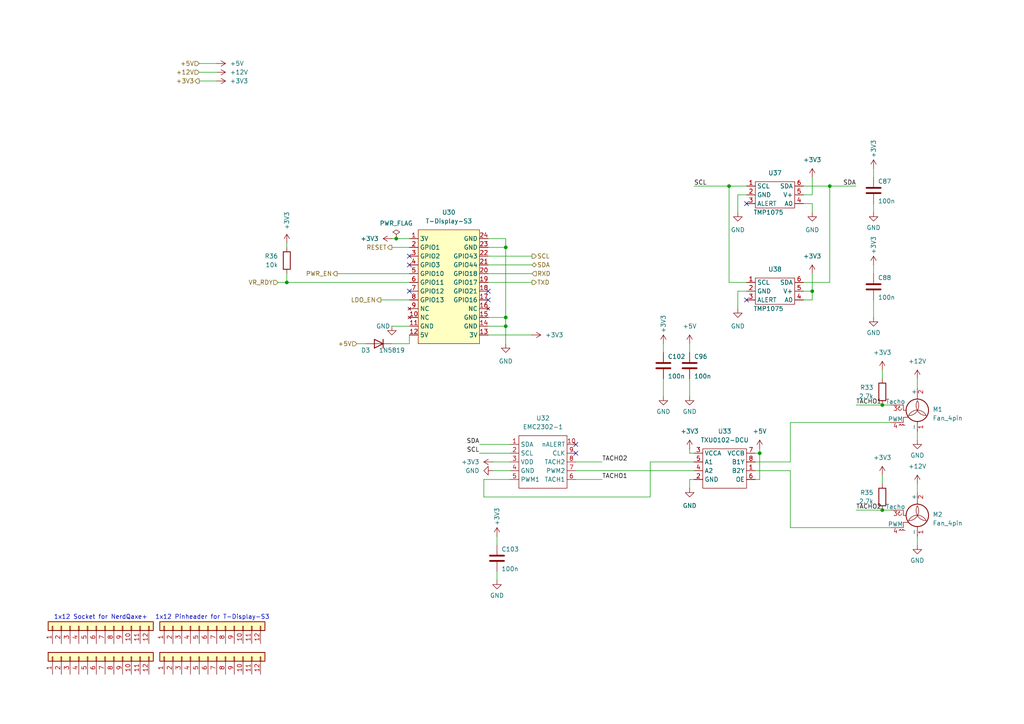
<source format=kicad_sch>
(kicad_sch (version 20231120) (generator "eeschema") (generator_version "8.0")
  (paper "A4")
  (lib_symbols
    (symbol "+3V3_1" (power) (pin_numbers hide) (pin_names (offset 0) hide)
      (property "Value" "+3V3" (at 0 3.556 0))
      (symbol "+3V3_1_0_1"
        (polyline (pts (xy -0.762 1.27) (xy 0 2.54)))
        (polyline (pts (xy 0 0) (xy 0 2.54)))
        (polyline (pts (xy 0 2.54) (xy 0.762 1.27)))
      )
      (symbol "+3V3_1_1_1"
        (pin power_in line (at 0 0 90) (length 0) (name "~") (number "1"))
      )
    )
    (symbol "+3V3_3" (power) (pin_numbers hide) (pin_names (offset 0) hide)
      (property "Value" "+3V3" (at 0 3.556 0))
      (symbol "+3V3_3_0_1"
        (polyline (pts (xy -0.762 1.27) (xy 0 2.54)))
        (polyline (pts (xy 0 0) (xy 0 2.54)))
        (polyline (pts (xy 0 2.54) (xy 0.762 1.27)))
      )
      (symbol "+3V3_3_1_1"
        (pin power_in line (at 0 0 90) (length 0) (name "~") (number "1"))
      )
    )
    (symbol "+3V3_4" (power) (pin_numbers hide) (pin_names (offset 0) hide)
      (property "Value" "+3V3" (at 0 3.556 0))
      (symbol "+3V3_4_0_1"
        (polyline (pts (xy -0.762 1.27) (xy 0 2.54)))
        (polyline (pts (xy 0 0) (xy 0 2.54)))
        (polyline (pts (xy 0 2.54) (xy 0.762 1.27)))
      )
      (symbol "+3V3_4_1_1"
        (pin power_in line (at 0 0 90) (length 0) (name "~") (number "1"))
      )
    )
    (symbol "+5V_1" (power) (pin_numbers hide) (pin_names (offset 0) hide)
      (property "Value" "+5V" (at 0 3.556 0))
      (symbol "+5V_1_0_1"
        (polyline (pts (xy -0.762 1.27) (xy 0 2.54)))
        (polyline (pts (xy 0 0) (xy 0 2.54)))
        (polyline (pts (xy 0 2.54) (xy 0.762 1.27)))
      )
      (symbol "+5V_1_1_1"
        (pin power_in line (at 0 0 90) (length 0) (name "~") (number "1"))
      )
    )
    (symbol "Connector_Generic:Conn_01x12" (pin_names (offset 1.016) hide)
      (property "Reference" "J" (at 0 15.24 0))
      (property "Value" "Conn_01x12" (at 0 -17.78 0))
      (symbol "Conn_01x12_1_1"
        (rectangle (start -1.27 -15.113) (end 0 -15.367) (stroke (width 0.1524)))
        (rectangle (start -1.27 -12.573) (end 0 -12.827) (stroke (width 0.1524)))
        (rectangle (start -1.27 -10.033) (end 0 -10.287) (stroke (width 0.1524)))
        (rectangle (start -1.27 -7.493) (end 0 -7.747) (stroke (width 0.1524)))
        (rectangle (start -1.27 -4.953) (end 0 -5.207) (stroke (width 0.1524)))
        (rectangle (start -1.27 -2.413) (end 0 -2.667) (stroke (width 0.1524)))
        (rectangle (start -1.27 0.127) (end 0 -0.127) (stroke (width 0.1524)))
        (rectangle (start -1.27 2.667) (end 0 2.413) (stroke (width 0.1524)))
        (rectangle (start -1.27 5.207) (end 0 4.953) (stroke (width 0.1524)))
        (rectangle (start -1.27 7.747) (end 0 7.493) (stroke (width 0.1524)))
        (rectangle (start -1.27 10.287) (end 0 10.033) (stroke (width 0.1524)))
        (rectangle (start -1.27 12.827) (end 0 12.573) (stroke (width 0.1524)))
        (rectangle (start -1.27 13.97) (end 1.27 -16.51) (stroke (width 0.254)) (fill (type background)))
        (pin passive line (at -5.08 12.7 0) (length 3.81) (name "Pin_1") (number "1"))
        (pin passive line (at -5.08 -10.16 0) (length 3.81) (name "Pin_10") (number "10"))
        (pin passive line (at -5.08 -12.7 0) (length 3.81) (name "Pin_11") (number "11"))
        (pin passive line (at -5.08 -15.24 0) (length 3.81) (name "Pin_12") (number "12"))
        (pin passive line (at -5.08 10.16 0) (length 3.81) (name "Pin_2") (number "2"))
        (pin passive line (at -5.08 7.62 0) (length 3.81) (name "Pin_3") (number "3"))
        (pin passive line (at -5.08 5.08 0) (length 3.81) (name "Pin_4") (number "4"))
        (pin passive line (at -5.08 2.54 0) (length 3.81) (name "Pin_5") (number "5"))
        (pin passive line (at -5.08 0 0) (length 3.81) (name "Pin_6") (number "6"))
        (pin passive line (at -5.08 -2.54 0) (length 3.81) (name "Pin_7") (number "7"))
        (pin passive line (at -5.08 -5.08 0) (length 3.81) (name "Pin_8") (number "8"))
        (pin passive line (at -5.08 -7.62 0) (length 3.81) (name "Pin_9") (number "9"))
      )
    )
    (symbol "Device:C" (pin_numbers hide) (pin_names (offset 0.254))
      (property "Reference" "C" (at 0.635 2.54 0))
      (property "Value" "C" (at 0.635 -2.54 0))
      (symbol "C_0_1"
        (polyline (pts (xy -2.032 -0.762) (xy 2.032 -0.762)) (stroke (width 0.508)))
        (polyline (pts (xy -2.032 0.762) (xy 2.032 0.762)) (stroke (width 0.508)))
      )
      (symbol "C_1_1"
        (pin passive line (at 0 3.81 270) (length 2.794) (name "~") (number "1"))
        (pin passive line (at 0 -3.81 90) (length 2.794) (name "~") (number "2"))
      )
    )
    (symbol "Device:R" (pin_numbers hide) (pin_names (offset 0))
      (property "Reference" "R" (at 2.032 0 90))
      (property "Value" "R" (at 0 0 90))
      (symbol "R_0_1"
        (rectangle (start -1.016 -2.54) (end 1.016 2.54) (stroke (width 0.254)))
      )
      (symbol "R_1_1"
        (pin passive line (at 0 3.81 270) (length 1.27) (name "~") (number "1"))
        (pin passive line (at 0 -3.81 90) (length 1.27) (name "~") (number "2"))
      )
    )
    (symbol "Diode:US1D" (pin_numbers hide) (pin_names hide)
      (property "Reference" "D" (at 0 2.54 0))
      (property "Value" "US1D" (at 0 -2.54 0))
      (symbol "US1D_0_1"
        (polyline (pts (xy -1.27 1.27) (xy -1.27 -1.27)) (stroke (width 0.254)))
        (polyline (pts (xy 1.27 0) (xy -1.27 0)))
        (polyline (pts (xy 1.27 1.27) (xy 1.27 -1.27) (xy -1.27 0) (xy 1.27 1.27)) (stroke (width 0.254)))
      )
      (symbol "US1D_1_1"
        (pin passive line (at -3.81 0 0) (length 2.54) (name "K") (number "1"))
        (pin passive line (at 3.81 0 180) (length 2.54) (name "A") (number "2"))
      )
    )
    (symbol "GND_1" (power) (pin_names (offset 0))
      (property "Value" "GND_1" (at 0 -3.81 0))
      (symbol "GND_1_0_1"
        (polyline (pts (xy 0 0) (xy 0 -1.27) (xy 1.27 -1.27) (xy 0 -2.54) (xy -1.27 -1.27) (xy 0 -1.27)))
      )
      (symbol "GND_1_1_1"
        (pin power_in line (at 0 0 270) (length 0) hide (name "GND") (number "1"))
      )
    )
    (symbol "GND_2" (power) (pin_numbers hide) (pin_names (offset 0) hide)
      (property "Value" "GND" (at 0 -3.81 0))
      (symbol "GND_2_0_1"
        (polyline (pts (xy 0 0) (xy 0 -1.27) (xy 1.27 -1.27) (xy 0 -2.54) (xy -1.27 -1.27) (xy 0 -1.27)))
      )
      (symbol "GND_2_1_1"
        (pin power_in line (at 0 0 270) (length 0) (name "~") (number "1"))
      )
    )
    (symbol "GND_3" (power) (pin_numbers hide) (pin_names (offset 0) hide)
      (property "Value" "GND" (at 0 -3.81 0))
      (symbol "GND_3_0_1"
        (polyline (pts (xy 0 0) (xy 0 -1.27) (xy 1.27 -1.27) (xy 0 -2.54) (xy -1.27 -1.27) (xy 0 -1.27)))
      )
      (symbol "GND_3_1_1"
        (pin power_in line (at 0 0 270) (length 0) (name "~") (number "1"))
      )
    )
    (symbol "GND_4" (power) (pin_numbers hide) (pin_names (offset 0) hide)
      (property "Value" "GND" (at 0 -3.81 0))
      (symbol "GND_4_0_1"
        (polyline (pts (xy 0 0) (xy 0 -1.27) (xy 1.27 -1.27) (xy 0 -2.54) (xy -1.27 -1.27) (xy 0 -1.27)))
      )
      (symbol "GND_4_1_1"
        (pin power_in line (at 0 0 270) (length 0) (name "~") (number "1"))
      )
    )
    (symbol "GND_5" (power) (pin_numbers hide) (pin_names (offset 0) hide)
      (property "Value" "GND" (at 0 -3.81 0))
      (symbol "GND_5_0_1"
        (polyline (pts (xy 0 0) (xy 0 -1.27) (xy 1.27 -1.27) (xy 0 -2.54) (xy -1.27 -1.27) (xy 0 -1.27)))
      )
      (symbol "GND_5_1_1"
        (pin power_in line (at 0 0 270) (length 0) (name "~") (number "1"))
      )
    )
    (symbol "Motor:Fan_4pin" (pin_names (offset 0))
      (property "Reference" "M" (at 2.54 5.08 0))
      (property "Value" "Fan_4pin" (at 2.54 -2.54 0))
      (symbol "Fan_4pin_0_0"
        (arc (start -5.588 1.524) (mid -5.08 1.0182) (end -4.572 1.524))
        (arc (start -5.08 2.032) (mid -5.4392 1.8832) (end -5.588 1.524))
        (polyline (pts (xy -5.08 2.032) (xy -5.334 2.159)))
        (polyline (pts (xy -5.08 2.032) (xy -5.207 1.778)))
        (polyline (pts (xy -4.064 2.54) (xy -4.064 1.016) (xy -3.302 1.016)))
      )
      (symbol "Fan_4pin_0_1"
        (arc (start -2.54 -0.508) (mid 0.0028 0.9121) (end 0 3.81))
        (polyline (pts (xy -4.064 2.54) (xy -5.08 2.54)))
        (polyline (pts (xy 0 -5.08) (xy 0 -4.572)))
        (polyline (pts (xy 0 -2.2352) (xy 0 -2.6416)))
        (polyline (pts (xy 0 4.2672) (xy 0 4.6228)))
        (polyline (pts (xy 0 4.572) (xy 0 5.08)))
        (polyline (pts (xy -2.54 -1.016) (xy -4.064 -1.016) (xy -4.064 -2.54) (xy -5.08 -2.54)))
        (polyline (pts (xy -5.334 -3.302) (xy -5.08 -3.302) (xy -5.08 -3.048) (xy -4.826 -3.048) (xy -4.826 -3.302) (xy -4.318 -3.302) (xy -4.318 -3.048) (xy -4.064 -3.048) (xy -4.064 -3.302) (xy -3.556 -3.302)))
        (circle (center 0 1.016) (radius 3.2512) (stroke (width 0.254)))
        (arc (start 0 3.81) (mid 0.053 0.921) (end 2.54 -0.508))
        (arc (start 2.54 -0.508) (mid 0 1.0618) (end -2.54 -0.508))
      )
      (symbol "Fan_4pin_1_1"
        (pin passive line (at 0 -5.08 90) (length 2.54) (name "-") (number "1"))
        (pin passive line (at 0 7.62 270) (length 2.54) (name "+") (number "2"))
        (pin passive line (at -7.62 2.54 0) (length 2.54) (name "Tacho") (number "3"))
        (pin input line (at -7.62 -2.54 0) (length 2.54) (name "PWM") (number "4"))
      )
    )
    (symbol "bitaxe:T-Display-S3"
      (property "Reference" "U" (at -21.59 -1.27 0))
      (property "Value" "T-Display-S3" (at -11.43 -36.83 0))
      (symbol "T-Display-S3_1_0"
        (pin power_in line (at -25.4 -5.08 0) (length 2.54) (name "3V") (number "1"))
        (pin no_connect line (at -25.4 -27.94 0) (length 2.54) (name "NC") (number "10"))
        (pin power_in line (at -25.4 -30.48 0) (length 2.54) (name "GND") (number "11"))
        (pin power_in line (at -25.4 -33.02 0) (length 2.54) (name "5V") (number "12"))
        (pin power_in line (at -2.54 -33.02 180) (length 2.54) (name "3V") (number "13"))
        (pin power_in line (at -2.54 -30.48 180) (length 2.54) (name "GND") (number "14"))
        (pin power_in line (at -2.54 -27.94 180) (length 2.54) (name "GND") (number "15"))
        (pin no_connect line (at -2.54 -25.4 180) (length 2.54) (name "NC") (number "16"))
        (pin bidirectional line (at -2.54 -22.86 180) (length 2.54) (name "GPIO16") (number "17"))
        (pin bidirectional line (at -2.54 -20.32 180) (length 2.54) (name "GPIO21") (number "18"))
        (pin bidirectional line (at -2.54 -17.78 180) (length 2.54) (name "GPIO17") (number "19"))
        (pin bidirectional line (at -25.4 -7.62 0) (length 2.54) (name "GPIO1") (number "2"))
        (pin bidirectional line (at -2.54 -15.24 180) (length 2.54) (name "GPIO18") (number "20"))
        (pin bidirectional line (at -25.4 -10.16 0) (length 2.54) (name "GPIO2") (number "3"))
        (pin bidirectional line (at -25.4 -12.7 0) (length 2.54) (name "GPIO3") (number "4"))
        (pin bidirectional line (at -25.4 -15.24 0) (length 2.54) (name "GPIO10") (number "5"))
        (pin input line (at -25.4 -17.78 0) (length 2.54) (name "GPIO11") (number "6"))
        (pin bidirectional line (at -25.4 -20.32 0) (length 2.54) (name "GPIO12") (number "7"))
        (pin bidirectional line (at -25.4 -22.86 0) (length 2.54) (name "GPIO13") (number "8"))
        (pin no_connect line (at -25.4 -25.4 0) (length 2.54) (name "NC") (number "9"))
      )
      (symbol "T-Display-S3_1_1"
        (rectangle (start -22.86 -2.54) (end -5.08 -35.56) (fill (type background)))
        (pin bidirectional line (at -2.54 -12.7 180) (length 2.54) (name "GPIO44") (number "21"))
        (pin bidirectional line (at -2.54 -10.16 180) (length 2.54) (name "GPIO43") (number "22"))
        (pin power_in line (at -2.54 -7.62 180) (length 2.54) (name "GND") (number "23"))
        (pin power_in line (at -2.54 -5.08 180) (length 2.54) (name "GND") (number "24"))
      )
    )
    (symbol "mylib7:EMC2302"
      (property "Reference" "U11" (at -1.905 16.891 0))
      (property "Value" "EMC2302-1" (at -1.905 14.5796 0))
      (symbol "EMC2302_0_0"
        (pin open_collector line (at -11.43 10.16 0) (length 2.54) (name "SDA") (number "1"))
        (pin open_collector line (at -11.43 7.62 0) (length 2.54) (name "SCL") (number "2"))
        (pin power_in line (at -11.43 5.08 0) (length 2.54) (name "VDD") (number "3"))
        (pin power_in line (at -11.43 2.54 0) (length 2.54) (name "GND") (number "4"))
      )
      (symbol "EMC2302_0_1"
        (rectangle (start -8.89 12.7) (end 5.08 -2.54))
      )
      (symbol "EMC2302_1_0"
        (pin open_collector line (at 7.62 10.16 180) (length 2.54) (name "nALERT") (number "10"))
        (pin output line (at -11.43 0 0) (length 2.54) (name "PWM1") (number "5"))
        (pin input line (at 7.62 0 180) (length 2.54) (name "TACH1") (number "6"))
        (pin output line (at 7.62 2.54 180) (length 2.54) (name "PWM2") (number "7"))
        (pin input line (at 7.62 5.08 180) (length 2.54) (name "TACH2") (number "8"))
        (pin input line (at 7.62 7.62 180) (length 2.54) (name "CLK") (number "9"))
      )
    )
    (symbol "mylib7:TMP1075-DRL-SOT563"
      (property "Reference" "U" (at -5.08 5.08 0))
      (symbol "TMP1075-DRL-SOT563_0_1"
        (rectangle (start -6.35 3.81) (end 5.08 -3.81))
      )
      (symbol "TMP1075-DRL-SOT563_1_1"
        (pin open_collector line (at -8.89 2.54 0) (length 2.54) (name "SCL") (number "1"))
        (pin power_in line (at -8.89 0 0) (length 2.54) (name "GND") (number "2"))
        (pin open_collector line (at -8.89 -2.54 0) (length 2.54) (name "ALERT") (number "3"))
        (pin input line (at 7.62 -2.54 180) (length 2.54) (name "A0") (number "4"))
        (pin power_in line (at 7.62 0 180) (length 2.54) (name "V+") (number "5"))
        (pin open_collector line (at 7.62 2.54 180) (length 2.54) (name "SDA") (number "6"))
      )
    )
    (symbol "mylib7:TXU0102DCK"
      (property "Reference" "U" (at -5.08 5.08 0))
      (property "Value" "TXU0101-DCU" (at -1.27 -9.144 0))
      (symbol "TXU0102DCK_0_1"
        (rectangle (start -6.35 3.81) (end 6.35 -7.62))
      )
      (symbol "TXU0102DCK_1_1"
        (pin output line (at 8.89 -2.54 180) (length 2.54) (name "B2Y") (number "1"))
        (pin power_in line (at -8.89 -5.08 0) (length 2.54) (name "GND") (number "2"))
        (pin power_in line (at -8.89 2.54 0) (length 2.54) (name "VCCA") (number "3"))
        (pin input line (at -8.89 -2.54 0) (length 2.54) (name "A2") (number "4"))
        (pin input line (at -8.89 0 0) (length 2.54) (name "A1") (number "5"))
        (pin input line (at 8.89 -5.08 180) (length 2.54) (name "OE") (number "6"))
        (pin power_in line (at 8.89 2.54 180) (length 2.54) (name "VCCB") (number "7"))
        (pin output line (at 8.89 0 180) (length 2.54) (name "B1Y") (number "8"))
      )
    )
    (symbol "power:+12V" (power) (pin_names (offset 0))
      (property "Value" "+12V" (at 0 3.556 0))
      (symbol "+12V_0_1"
        (polyline (pts (xy -0.762 1.27) (xy 0 2.54)))
        (polyline (pts (xy 0 0) (xy 0 2.54)))
        (polyline (pts (xy 0 2.54) (xy 0.762 1.27)))
      )
      (symbol "+12V_1_1"
        (pin power_in line (at 0 0 90) (length 0) hide (name "+12V") (number "1"))
      )
    )
    (symbol "power:+3V3" (power) (pin_names (offset 0))
      (property "Value" "+3V3" (at 0 3.556 0))
      (symbol "+3V3_0_1"
        (polyline (pts (xy -0.762 1.27) (xy 0 2.54)))
        (polyline (pts (xy 0 0) (xy 0 2.54)))
        (polyline (pts (xy 0 2.54) (xy 0.762 1.27)))
      )
      (symbol "+3V3_1_1"
        (pin power_in line (at 0 0 90) (length 0) hide (name "+3V3") (number "1"))
      )
    )
    (symbol "power:+5V" (power) (pin_names (offset 0))
      (property "Value" "+5V" (at 0 3.556 0))
      (symbol "+5V_0_1"
        (polyline (pts (xy -0.762 1.27) (xy 0 2.54)))
        (polyline (pts (xy 0 0) (xy 0 2.54)))
        (polyline (pts (xy 0 2.54) (xy 0.762 1.27)))
      )
      (symbol "+5V_1_1"
        (pin power_in line (at 0 0 90) (length 0) hide (name "+5V") (number "1"))
      )
    )
    (symbol "power:GND" (power) (pin_names (offset 0))
      (property "Value" "GND" (at 0 -3.81 0))
      (symbol "GND_0_1"
        (polyline (pts (xy 0 0) (xy 0 -1.27) (xy 1.27 -1.27) (xy 0 -2.54) (xy -1.27 -1.27) (xy 0 -1.27)))
      )
      (symbol "GND_1_1"
        (pin power_in line (at 0 0 270) (length 0) hide (name "GND") (number "1"))
      )
    )
    (symbol "power:PWR_FLAG" (power) (pin_numbers hide) (pin_names (offset 0) hide)
      (property "Value" "PWR_FLAG" (at 0 3.81 0))
      (symbol "PWR_FLAG_0_0"
        (pin power_out line (at 0 0 90) (length 0) (name "~") (number "1"))
      )
      (symbol "PWR_FLAG_0_1"
        (polyline (pts (xy 0 0) (xy 0 1.27) (xy -1.016 1.905) (xy 0 2.54) (xy 1.016 1.905) (xy 0 1.27)))
      )
    )
  )
  (junction (at 220.345 131.445))
  (junction (at 114.935 69.215))
  (junction (at 146.685 92.075))
  (junction (at 146.685 94.615))
  (junction (at 255.905 147.955))
  (junction (at 211.455 53.975))
  (junction (at 235.585 84.455))
  (junction (at 240.665 53.975))
  (junction (at 146.685 71.755))
  (junction (at 255.905 117.475))
  (junction (at 83.185 81.915))
  (no_connect (at 216.535 86.995))
  (no_connect (at 167.005 128.905))
  (no_connect (at 141.605 84.455))
  (no_connect (at 118.745 74.295))
  (no_connect (at 118.745 84.455))
  (no_connect (at 167.005 131.445))
  (no_connect (at 141.605 86.995))
  (no_connect (at 118.745 76.835))
  (no_connect (at 216.535 59.055))
  (wire (pts (xy 139.065 131.445) (xy 147.955 131.445)))
  (wire (pts (xy 167.005 133.985) (xy 174.625 133.985)))
  (wire (pts (xy 253.365 59.055) (xy 253.365 61.595)))
  (wire (pts (xy 141.605 69.215) (xy 146.685 69.215)))
  (wire (pts (xy 200.025 139.065) (xy 201.295 139.065)))
  (wire (pts (xy 229.235 136.525) (xy 219.075 136.525)))
  (wire (pts (xy 211.455 81.915) (xy 216.535 81.915)))
  (wire (pts (xy 141.605 74.295) (xy 154.305 74.295)))
  (wire (pts (xy 253.365 86.995) (xy 253.365 92.075)))
  (wire (pts (xy 141.605 81.915) (xy 154.305 81.915)))
  (wire (pts (xy 235.585 61.595) (xy 235.585 59.055)))
  (wire (pts (xy 255.905 117.475) (xy 258.445 117.475)))
  (wire (pts (xy 97.79 79.375) (xy 118.745 79.375)))
  (wire (pts (xy 220.345 130.175) (xy 220.345 131.445)))
  (wire (pts (xy 167.005 136.525) (xy 201.295 136.525)))
  (wire (pts (xy 220.345 131.445) (xy 219.075 131.445)))
  (wire (pts (xy 113.665 69.215) (xy 114.935 69.215)))
  (wire (pts (xy 167.005 139.065) (xy 174.625 139.065)))
  (wire (pts (xy 113.665 99.695) (xy 118.745 99.695)))
  (wire (pts (xy 144.145 155.575) (xy 144.145 158.115)))
  (wire (pts (xy 140.335 144.145) (xy 140.335 139.065)))
  (wire (pts (xy 255.905 137.795) (xy 255.905 140.335)))
  (wire (pts (xy 253.365 48.895) (xy 253.365 51.435)))
  (wire (pts (xy 233.045 84.455) (xy 235.585 84.455)))
  (wire (pts (xy 141.605 94.615) (xy 146.685 94.615)))
  (wire (pts (xy 211.455 53.975) (xy 211.455 81.915)))
  (wire (pts (xy 57.785 23.495) (xy 62.865 23.495)))
  (wire (pts (xy 83.185 79.375) (xy 83.185 81.915)))
  (wire (pts (xy 233.045 56.515) (xy 235.585 56.515)))
  (wire (pts (xy 219.075 139.065) (xy 220.345 139.065)))
  (wire (pts (xy 139.065 128.905) (xy 147.955 128.905)))
  (wire (pts (xy 200.025 141.605) (xy 200.025 139.065)))
  (wire (pts (xy 266.065 140.335) (xy 266.065 142.875)))
  (wire (pts (xy 201.295 53.975) (xy 211.455 53.975)))
  (wire (pts (xy 200.025 131.445) (xy 201.295 131.445)))
  (wire (pts (xy 113.665 71.755) (xy 118.745 71.755)))
  (wire (pts (xy 200.025 109.855) (xy 200.025 114.935)))
  (wire (pts (xy 266.065 125.095) (xy 266.065 127.635)))
  (wire (pts (xy 235.585 79.375) (xy 235.585 84.455)))
  (wire (pts (xy 141.605 92.075) (xy 146.685 92.075)))
  (wire (pts (xy 233.045 86.995) (xy 235.585 86.995)))
  (wire (pts (xy 188.595 133.985) (xy 188.595 144.145)))
  (wire (pts (xy 141.605 76.835) (xy 154.305 76.835)))
  (wire (pts (xy 57.785 20.955) (xy 62.865 20.955)))
  (wire (pts (xy 229.235 153.035) (xy 229.235 136.525)))
  (wire (pts (xy 110.49 86.995) (xy 118.745 86.995)))
  (wire (pts (xy 240.665 53.975) (xy 240.665 81.915)))
  (wire (pts (xy 229.235 122.555) (xy 229.235 133.985)))
  (wire (pts (xy 146.685 69.215) (xy 146.685 71.755)))
  (wire (pts (xy 255.905 107.315) (xy 255.905 109.855)))
  (wire (pts (xy 103.505 99.695) (xy 106.045 99.695)))
  (wire (pts (xy 201.295 133.985) (xy 188.595 133.985)))
  (wire (pts (xy 248.285 147.955) (xy 255.905 147.955)))
  (wire (pts (xy 229.235 122.555) (xy 258.445 122.555)))
  (wire (pts (xy 229.235 153.035) (xy 258.445 153.035)))
  (wire (pts (xy 216.535 84.455) (xy 213.995 84.455)))
  (wire (pts (xy 144.145 165.735) (xy 144.145 168.275)))
  (wire (pts (xy 80.645 81.915) (xy 83.185 81.915)))
  (wire (pts (xy 211.455 53.975) (xy 216.535 53.975)))
  (wire (pts (xy 220.345 139.065) (xy 220.345 131.445)))
  (wire (pts (xy 141.605 79.375) (xy 154.305 79.375)))
  (wire (pts (xy 141.605 97.155) (xy 154.305 97.155)))
  (wire (pts (xy 188.595 144.145) (xy 140.335 144.145)))
  (wire (pts (xy 146.685 92.075) (xy 146.685 94.615)))
  (wire (pts (xy 57.785 18.415) (xy 62.865 18.415)))
  (wire (pts (xy 146.685 71.755) (xy 146.685 92.075)))
  (wire (pts (xy 213.995 84.455) (xy 213.995 89.535)))
  (wire (pts (xy 114.935 69.215) (xy 118.745 69.215)))
  (wire (pts (xy 118.745 99.695) (xy 118.745 97.155)))
  (wire (pts (xy 240.665 53.975) (xy 248.285 53.975)))
  (wire (pts (xy 200.025 130.175) (xy 200.025 131.445)))
  (wire (pts (xy 213.995 56.515) (xy 213.995 61.595)))
  (wire (pts (xy 266.065 155.575) (xy 266.065 158.115)))
  (wire (pts (xy 255.905 147.955) (xy 258.445 147.955)))
  (wire (pts (xy 192.405 99.695) (xy 192.405 102.235)))
  (wire (pts (xy 146.685 94.615) (xy 146.685 99.695)))
  (wire (pts (xy 235.585 84.455) (xy 235.585 86.995)))
  (wire (pts (xy 233.045 53.975) (xy 240.665 53.975)))
  (wire (pts (xy 253.365 76.835) (xy 253.365 79.375)))
  (wire (pts (xy 233.045 59.055) (xy 235.585 59.055)))
  (wire (pts (xy 118.745 94.615) (xy 113.665 94.615)))
  (wire (pts (xy 142.875 133.985) (xy 147.955 133.985)))
  (wire (pts (xy 140.335 139.065) (xy 147.955 139.065)))
  (wire (pts (xy 142.875 136.525) (xy 147.955 136.525)))
  (wire (pts (xy 235.585 56.515) (xy 235.585 51.435)))
  (wire (pts (xy 192.405 109.855) (xy 192.405 114.935)))
  (wire (pts (xy 141.605 71.755) (xy 146.685 71.755)))
  (wire (pts (xy 216.535 56.515) (xy 213.995 56.515)))
  (wire (pts (xy 83.185 81.915) (xy 118.745 81.915)))
  (wire (pts (xy 200.025 99.695) (xy 200.025 102.235)))
  (wire (pts (xy 248.285 117.475) (xy 255.905 117.475)))
  (wire (pts (xy 229.235 133.985) (xy 219.075 133.985)))
  (wire (pts (xy 83.185 70.485) (xy 83.185 71.755)))
  (wire (pts (xy 266.065 109.855) (xy 266.065 112.395)))
  (wire (pts (xy 233.045 81.915) (xy 240.665 81.915)))
  (text "1x12 Socket for NerdQaxe+" (at 29.21 179.07 0) (effects (font (size 1.27 1.27))))
  (text "1x12 Pinheader for T-Display-S3" (at 61.595 179.07 0) (effects (font (size 1.27 1.27))))
  (label "SCL" (at 201.295 53.975 0))
  (label "SDA" (at 248.285 53.975 180))
  (label "SDA" (at 139.065 128.905 180))
  (label "SCL" (at 139.065 131.445 180))
  (label "TACHO1" (at 174.625 139.065 0))
  (label "TACHO2" (at 174.625 133.985 0))
  (label "TACHO2" (at 248.285 147.955 0))
  (label "TACHO1" (at 248.285 117.475 0))
  (hierarchical_label "SDA" (shape bidirectional) (at 154.305 76.835 0))
  (hierarchical_label "+5V" (shape input) (at 57.785 18.415 180))
  (hierarchical_label "PWR_EN" (shape output) (at 97.79 79.375 180))
  (hierarchical_label "RXD" (shape input) (at 154.305 79.375 0))
  (hierarchical_label "+5V" (shape input) (at 103.505 99.695 180))
  (hierarchical_label "+3V3" (shape output) (at 57.785 23.495 180))
  (hierarchical_label "SCL" (shape output) (at 154.305 74.295 0))
  (hierarchical_label "RESET" (shape output) (at 113.665 71.755 180))
  (hierarchical_label "+12V" (shape input) (at 57.785 20.955 180))
  (hierarchical_label "TXD" (shape output) (at 154.305 81.915 0))
  (hierarchical_label "LDO_EN" (shape output) (at 110.49 86.995 180))
  (hierarchical_label "VR_RDY" (shape input) (at 80.645 81.915 180))
  (symbol (lib_id "power:+12V") (at 62.865 20.955 270) (unit 1)
    (property "Reference" "#PWR0178" (effects (hide yes)))
    (property "Value" "+12V" (at 66.675 20.955 90) (effects (justify left)))
  )
  (symbol (lib_id "power:GND") (at 144.145 168.275 0) (mirror y) (unit 1)
    (property "Reference" "#PWR0169" (effects (hide yes)))
    (property "Value" "GND" (at 144.145 172.72 0))
  )
  (symbol (lib_id "Device:C") (at 253.365 83.185 0) (unit 1)
    (property "Reference" "C88" (at 254.635 81.28 0) (effects (justify left bottom)))
    (property "Value" "100n" (at 254.635 86.995 0) (effects (justify left bottom)))
    (property "Footprint" "Capacitor_SMD:C_0805_2012Metric" (effects (hide yes)))
  )
  (symbol (lib_id "Motor:Fan_4pin") (at 266.065 150.495 0) (unit 1)
    (property "Reference" "M2" (at 270.51 149.225 0) (effects (justify left)))
    (property "Value" "Fan_4pin" (at 270.51 151.765 0) (effects (justify left)))
    (property "Footprint" "Connector:FanPinHeader_1x04_P2.54mm_Vertical" (effects (hide yes)))
    (property "Datasheet" "http://www.formfactors.org/developer%5Cspecs%5Crev1_2_public.pdf" (effects (hide yes)))
    (property "Distributor" "D" (effects (hide yes)))
    (property "Manufacturer" "0470531000" (effects (hide yes)))
    (property "OrderNr" "WM4330-ND" (effects (hide yes)))
  )
  (symbol (lib_name "+5V_1") (lib_id "power:+5V") (at 220.345 130.175 0) (unit 1)
    (property "Reference" "#PWR0203" (effects (hide yes)))
    (property "Value" "+5V" (at 220.345 125.095 0))
    (property "Description" "Power symbol creates a global label with name \"+5V\"" (effects (hide yes)))
  )
  (symbol (lib_id "mylib7:TMP1075-DRL-SOT563") (at 225.425 56.515 0) (unit 1)
    (property "Reference" "U37" (at 224.79 50.165 0))
    (property "Value" "TMP1075" (at 222.885 61.595 0))
    (property "Footprint" "myfootprints:TMP1075-DRL" (effects (hide yes)))
    (property "Distributor" "D" (effects (hide yes)))
    (property "Manufacturer" "TMP1075NDRLR" (effects (hide yes)))
    (property "OrderNr" "296-TMP1075NDRLRCT-ND" (effects (hide yes)))
  )
  (symbol (lib_id "power:+3V3") (at 62.865 23.495 270) (unit 1)
    (property "Reference" "#PWR0179" (effects (hide yes)))
    (property "Value" "+3V3" (at 66.675 23.495 90) (effects (justify left)))
  )
  (symbol (lib_id "power:+3V3") (at 235.585 79.375 0) (unit 1)
    (property "Reference" "#PWR0206" (effects (hide yes)))
    (property "Value" "+3V3" (at 235.585 74.295 0))
  )
  (symbol (lib_id "Device:C") (at 253.365 55.245 0) (unit 1)
    (property "Reference" "C87" (at 254.635 53.34 0) (effects (justify left bottom)))
    (property "Value" "100n" (at 254.635 59.055 0) (effects (justify left bottom)))
    (property "Footprint" "Capacitor_SMD:C_0805_2012Metric" (effects (hide yes)))
  )
  (symbol (lib_id "Device:C") (at 192.405 106.045 0) (unit 1)
    (property "Reference" "C102" (at 193.675 104.14 0) (effects (justify left bottom)))
    (property "Value" "100n" (at 193.675 109.855 0) (effects (justify left bottom)))
    (property "Footprint" "Capacitor_SMD:C_0805_2012Metric" (effects (hide yes)))
  )
  (symbol (lib_id "power:GND") (at 200.025 114.935 0) (mirror y) (unit 1)
    (property "Reference" "#PWR0174" (effects (hide yes)))
    (property "Value" "GND" (at 200.025 119.38 0))
  )
  (symbol (lib_id "Device:R") (at 255.905 113.665 0) (mirror y) (unit 1)
    (property "Reference" "R33" (at 253.365 112.395 0) (effects (justify left)))
    (property "Value" "2.7k" (at 253.365 114.935 0) (effects (justify left)))
    (property "Footprint" "Resistor_SMD:R_0805_2012Metric" (effects (hide yes)))
  )
  (symbol (lib_name "GND_5") (lib_id "power:GND") (at 200.025 141.605 0) (unit 1)
    (property "Reference" "#PWR0197" (effects (hide yes)))
    (property "Value" "GND" (at 200.025 146.685 0))
    (property "Description" "Power symbol creates a global label with name \"GND\" , ground" (effects (hide yes)))
  )
  (symbol (lib_name "GND_2") (lib_id "power:GND") (at 113.665 94.615 0) (unit 1)
    (property "Reference" "#PWR0180" (effects (hide yes)))
    (property "Value" "GND" (at 111.125 94.615 0))
    (property "Description" "Power symbol creates a global label with name \"GND\" , ground" (effects (hide yes)))
  )
  (symbol (lib_id "power:+5V") (at 62.865 18.415 270) (unit 1)
    (property "Reference" "#PWR0175" (effects (hide yes)))
    (property "Value" "+5V" (at 66.675 18.415 90) (effects (justify left)))
  )
  (symbol (lib_name "+3V3_1") (lib_id "power:+3V3") (at 83.185 70.485 0) (unit 1)
    (property "Reference" "#PWR0176" (effects (hide yes)))
    (property "Value" "+3V3" (at 83.1849 66.675 90) (effects (justify left)))
    (property "Description" "Power symbol creates a global label with name \"+3V3\"" (effects (hide yes)))
  )
  (symbol (lib_id "power:+3V3") (at 255.905 107.315 0) (unit 1)
    (property "Reference" "#PWR0211" (effects (hide yes)))
    (property "Value" "+3V3" (at 255.905 102.235 0))
  )
  (symbol (lib_id "mylib7:TMP1075-DRL-SOT563") (at 225.425 84.455 0) (unit 1)
    (property "Reference" "U38" (at 224.79 78.105 0))
    (property "Value" "TMP1075" (at 222.885 89.535 0))
    (property "Footprint" "myfootprints:TMP1075-DRL" (effects (hide yes)))
    (property "Distributor" "D" (effects (hide yes)))
    (property "Manufacturer" "TMP1075NDRLR" (effects (hide yes)))
    (property "OrderNr" "296-TMP1075NDRLRCT-ND" (effects (hide yes)))
  )
  (symbol (lib_id "bitaxe:T-Display-S3") (at 144.145 64.135 0) (unit 1)
    (property "Reference" "U30" (at 130.175 61.595 0))
    (property "Value" "T-Display-S3" (at 130.175 64.135 0))
    (property "Footprint" "myfootprints:T-Display-S3" (effects (hide yes)))
    (property "Distributor" "X" (effects (hide yes)))
  )
  (symbol (lib_id "power:PWR_FLAG") (at 114.935 69.215 0) (unit 1)
    (property "Reference" "#FLG05" (effects (hide yes)))
    (property "Value" "PWR_FLAG" (at 114.935 64.77 0))
    (property "Description" "Special symbol for telling ERC where power comes from" (effects (hide yes)))
  )
  (symbol (lib_name "+3V3_1") (lib_id "power:+3V3") (at 154.305 97.155 270) (unit 1)
    (property "Reference" "#PWR0185" (effects (hide yes)))
    (property "Value" "+3V3" (at 158.115 97.1549 90) (effects (justify left)))
    (property "Description" "Power symbol creates a global label with name \"+3V3\"" (effects (hide yes)))
  )
  (symbol (lib_id "Connector_Generic:Conn_01x12") (at 27.94 190.5 90) (unit 1) (on_board no)
    (property "Reference" "J6" (effects (hide yes)))
    (property "Value" "Conn_01x12-Socket" (effects (hide yes)))
    (property "Description" "Generic connector, single row, 01x12, script generated (kicad-library-utils/schlib/autogen/connector/)" (effects (hide yes)))
    (property "Distributor" "D" (effects (hide yes)))
    (property "Manufacturer" "61301211821" (effects (hide yes)))
    (property "OrderNr" "732-61301211821-ND" (effects (hide yes)))
  )
  (symbol (lib_id "mylib7:EMC2302") (at 159.385 139.065 0) (unit 1)
    (property "Reference" "U32" (at 157.48 121.285 0))
    (property "Value" "EMC2302-1" (at 157.48 123.825 0))
    (property "Footprint" "Package_SO:MSOP-10_3x3mm_P0.5mm" (effects (hide yes)))
    (property "Field7" "Microchip" (effects (hide yes)))
    (property "Distributor" "D" (effects (hide yes)))
    (property "Manufacturer" "EMC2302-1-AIZL-TR" (effects (hide yes)))
    (property "OrderNr" "EMC2302-1-AIZL-CT-ND" (effects (hide yes)))
  )
  (symbol (lib_id "Connector_Generic:Conn_01x12") (at 60.325 190.5 90) (unit 1) (on_board no)
    (property "Reference" "J8" (effects (hide yes)))
    (property "Value" "Conn_01x12-Header" (effects (hide yes)))
    (property "Description" "Generic connector, single row, 01x12, script generated (kicad-library-utils/schlib/autogen/connector/)" (effects (hide yes)))
    (property "Distributor" "D" (effects (hide yes)))
    (property "Manufacturer" "PH1-12-UA" (effects (hide yes)))
    (property "OrderNr" "2057-PH1-12-UA-ND" (effects (hide yes)))
  )
  (symbol (lib_id "Connector_Generic:Conn_01x12") (at 27.94 181.61 90) (unit 1) (on_board no)
    (property "Reference" "J5" (effects (hide yes)))
    (property "Value" "Conn_01x12-Socket" (effects (hide yes)))
    (property "Description" "Generic connector, single row, 01x12, script generated (kicad-library-utils/schlib/autogen/connector/)" (effects (hide yes)))
    (property "Distributor" "D" (effects (hide yes)))
    (property "Manufacturer" "61301211821" (effects (hide yes)))
    (property "OrderNr" "732-61301211821-ND" (effects (hide yes)))
  )
  (symbol (lib_name "+3V3_3") (lib_id "power:+3V3") (at 200.025 130.175 0) (unit 1)
    (property "Reference" "#PWR0196" (effects (hide yes)))
    (property "Value" "+3V3" (at 200.025 125.095 0))
    (property "Description" "Power symbol creates a global label with name \"+3V3\"" (effects (hide yes)))
  )
  (symbol (lib_name "+3V3_1") (lib_id "power:+3V3") (at 113.665 69.215 90) (unit 1)
    (property "Reference" "#PWR04001" (effects (hide yes)))
    (property "Value" "+3V3" (at 109.855 69.2151 90) (effects (justify left)))
    (property "Description" "Power symbol creates a global label with name \"+3V3\"" (effects (hide yes)))
  )
  (symbol (lib_id "power:+3V3") (at 253.365 76.835 0) (mirror y) (unit 1)
    (property "Reference" "#PWR0209" (effects (hide yes)))
    (property "Value" "+3V3" (at 253.365 71.12 90))
  )
  (symbol (lib_id "power:+3V3") (at 144.145 155.575 0) (mirror y) (unit 1)
    (property "Reference" "#PWR083" (effects (hide yes)))
    (property "Value" "+3V3" (at 144.145 149.86 90))
  )
  (symbol (lib_name "GND_4") (lib_id "power:GND") (at 142.875 136.525 270) (unit 1)
    (property "Reference" "#PWR0183" (effects (hide yes)))
    (property "Value" "GND" (at 139.065 136.5249 90) (effects (justify right)))
    (property "Description" "Power symbol creates a global label with name \"GND\" , ground" (effects (hide yes)))
  )
  (symbol (lib_id "power:GND") (at 266.065 127.635 0) (unit 1)
    (property "Reference" "#PWR0214" (effects (hide yes)))
    (property "Value" "GND" (at 266.065 132.08 0))
  )
  (symbol (lib_id "Device:R") (at 83.185 75.565 0) (mirror y) (unit 1)
    (property "Reference" "R36" (at 80.645 74.295 0) (effects (justify left)))
    (property "Value" "10k" (at 80.645 76.835 0) (effects (justify left)))
    (property "Footprint" "Resistor_SMD:R_0805_2012Metric" (effects (hide yes)))
  )
  (symbol (lib_id "power:+3V3") (at 235.585 51.435 0) (unit 1)
    (property "Reference" "#PWR0204" (effects (hide yes)))
    (property "Value" "+3V3" (at 235.585 46.355 0))
  )
  (symbol (lib_id "power:+3V3") (at 255.905 137.795 0) (unit 1)
    (property "Reference" "#PWR0212" (effects (hide yes)))
    (property "Value" "+3V3" (at 255.905 132.715 0))
  )
  (symbol (lib_id "Motor:Fan_4pin") (at 266.065 120.015 0) (unit 1)
    (property "Reference" "M1" (at 270.51 118.745 0) (effects (justify left)))
    (property "Value" "Fan_4pin" (at 270.51 121.285 0) (effects (justify left)))
    (property "Footprint" "Connector:FanPinHeader_1x04_P2.54mm_Vertical" (effects (hide yes)))
    (property "Datasheet" "http://www.formfactors.org/developer%5Cspecs%5Crev1_2_public.pdf" (effects (hide yes)))
    (property "Distributor" "D" (effects (hide yes)))
    (property "Manufacturer" "0470531000" (effects (hide yes)))
    (property "OrderNr" "WM4330-ND" (effects (hide yes)))
  )
  (symbol (lib_id "power:GND") (at 253.365 92.075 0) (mirror y) (unit 1)
    (property "Reference" "#PWR0210" (effects (hide yes)))
    (property "Value" "GND" (at 253.365 96.52 0))
  )
  (symbol (lib_id "power:+3V3") (at 192.405 99.695 0) (mirror y) (unit 1)
    (property "Reference" "#PWR011" (effects (hide yes)))
    (property "Value" "+3V3" (at 192.405 93.98 90))
  )
  (symbol (lib_id "Device:C") (at 144.145 161.925 0) (unit 1)
    (property "Reference" "C103" (at 145.415 160.02 0) (effects (justify left bottom)))
    (property "Value" "100n" (at 145.415 165.735 0) (effects (justify left bottom)))
    (property "Footprint" "Capacitor_SMD:C_0805_2012Metric" (effects (hide yes)))
  )
  (symbol (lib_name "GND_3") (lib_id "power:GND") (at 146.685 99.695 0) (unit 1)
    (property "Reference" "#PWR0184" (effects (hide yes)))
    (property "Value" "GND" (at 146.685 104.775 0))
    (property "Description" "Power symbol creates a global label with name \"GND\" , ground" (effects (hide yes)))
  )
  (symbol (lib_id "power:GND") (at 253.365 61.595 0) (mirror y) (unit 1)
    (property "Reference" "#PWR0208" (effects (hide yes)))
    (property "Value" "GND" (at 253.365 66.04 0))
  )
  (symbol (lib_id "Diode:US1D") (at 109.855 99.695 180) (unit 1)
    (property "Reference" "D3" (at 106.045 101.6 0))
    (property "Value" "1N5819" (at 113.665 101.6 0))
    (property "Footprint" "Diode_SMD:D_SOD-123" (effects (hide yes)))
    (property "Datasheet" "https://www.diodes.com/assets/Datasheets/ds16008.pdf" (effects (hide yes)))
    (property "Sim.Device" "D" (effects (hide yes)))
    (property "Sim.Pins" "1=K 2=A" (effects (hide yes)))
    (property "Distributor" "D" (effects (hide yes)))
    (property "Manufacturer" "1N5819HWQ-7-F" (effects (hide yes)))
    (property "OrderNr" "31-1N5819HWQ-7-FCT-ND" (effects (hide yes)))
  )
  (symbol (lib_id "power:+5V") (at 200.025 99.695 0) (unit 1)
    (property "Reference" "#PWR0170" (effects (hide yes)))
    (property "Value" "+5V" (at 200.025 94.615 0))
  )
  (symbol (lib_name "GND_1") (lib_id "power:GND") (at 235.585 61.595 0) (unit 1)
    (property "Reference" "#PWR0205" (effects (hide yes)))
    (property "Value" "GND" (at 235.585 66.675 0))
  )
  (symbol (lib_id "power:+12V") (at 266.065 109.855 0) (unit 1)
    (property "Reference" "#PWR0213" (effects (hide yes)))
    (property "Value" "+12V" (at 266.065 104.775 0))
  )
  (symbol (lib_name "+3V3_4") (lib_id "power:+3V3") (at 142.875 133.985 90) (unit 1)
    (property "Reference" "#PWR0182" (effects (hide yes)))
    (property "Value" "+3V3" (at 139.065 133.9849 90) (effects (justify left)))
    (property "Description" "Power symbol creates a global label with name \"+3V3\"" (effects (hide yes)))
  )
  (symbol (lib_id "mylib7:TXU0102DCK") (at 210.185 133.985 0) (unit 1)
    (property "Reference" "U33" (at 210.185 125.095 0))
    (property "Value" "TXU0102-DCU" (at 210.185 127.635 0))
    (property "Footprint" "Package_SO:VSSOP-8_2.3x2mm_P0.5mm" (effects (hide yes)))
    (property "Distributor" "D" (effects (hide yes)))
    (property "Manufacturer" "TXU0102DCUR" (effects (hide yes)))
    (property "OrderNr" "296-TXU0102DCURCT-ND" (effects (hide yes)))
  )
  (symbol (lib_name "GND_1") (lib_id "power:GND") (at 213.995 89.535 0) (unit 1)
    (property "Reference" "#PWR0201" (effects (hide yes)))
    (property "Value" "GND" (at 213.995 94.615 0))
  )
  (symbol (lib_name "GND_1") (lib_id "power:GND") (at 213.995 61.595 0) (unit 1)
    (property "Reference" "#PWR0200" (effects (hide yes)))
    (property "Value" "GND" (at 213.995 66.675 0))
  )
  (symbol (lib_id "power:+3V3") (at 253.365 48.895 0) (mirror y) (unit 1)
    (property "Reference" "#PWR0207" (effects (hide yes)))
    (property "Value" "+3V3" (at 253.365 43.18 90))
  )
  (symbol (lib_id "Device:R") (at 255.905 144.145 0) (mirror y) (unit 1)
    (property "Reference" "R35" (at 253.365 142.875 0) (effects (justify left)))
    (property "Value" "2.7k" (at 253.365 145.415 0) (effects (justify left)))
    (property "Footprint" "Resistor_SMD:R_0805_2012Metric" (effects (hide yes)))
  )
  (symbol (lib_id "power:GND") (at 266.065 158.115 0) (unit 1)
    (property "Reference" "#PWR0216" (effects (hide yes)))
    (property "Value" "GND" (at 266.065 162.56 0))
  )
  (symbol (lib_id "power:+12V") (at 266.065 140.335 0) (unit 1)
    (property "Reference" "#PWR0215" (effects (hide yes)))
    (property "Value" "+12V" (at 266.065 135.255 0))
  )
  (symbol (lib_id "Device:C") (at 200.025 106.045 0) (unit 1)
    (property "Reference" "C96" (at 201.295 104.14 0) (effects (justify left bottom)))
    (property "Value" "100n" (at 201.295 109.855 0) (effects (justify left bottom)))
    (property "Footprint" "Capacitor_SMD:C_0805_2012Metric" (effects (hide yes)))
  )
  (symbol (lib_id "Connector_Generic:Conn_01x12") (at 60.325 181.61 90) (unit 1) (on_board no)
    (property "Reference" "J7" (effects (hide yes)))
    (property "Value" "Conn_01x12-Header" (effects (hide yes)))
    (property "Description" "Generic connector, single row, 01x12, script generated (kicad-library-utils/schlib/autogen/connector/)" (effects (hide yes)))
    (property "Distributor" "D" (effects (hide yes)))
    (property "Manufacturer" "PH1-12-UA" (effects (hide yes)))
    (property "OrderNr" "2057-PH1-12-UA-ND" (effects (hide yes)))
  )
  (symbol (lib_id "power:GND") (at 192.405 114.935 0) (mirror y) (unit 1)
    (property "Reference" "#PWR082" (effects (hide yes)))
    (property "Value" "GND" (at 192.405 119.38 0))
  )
)
</source>
